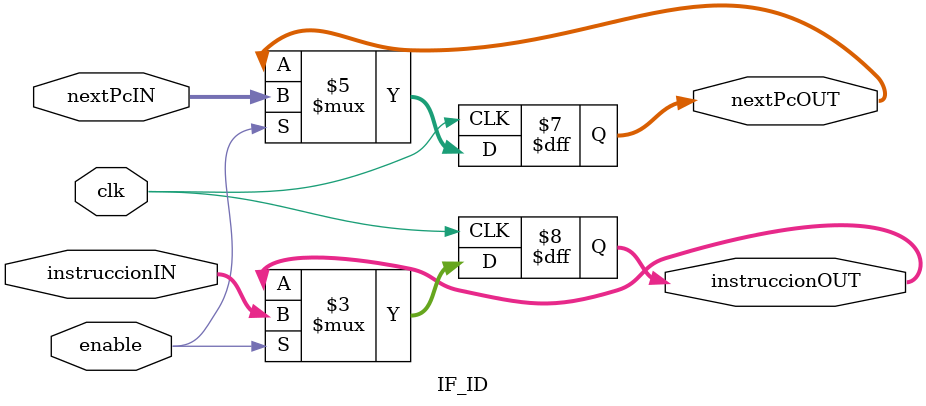
<source format=v>
`timescale 1ns / 1ps
module IF_ID(
			input clk,enable,
			input [31:0] nextPcIN,instruccionIN,
			output reg [31:0] nextPcOUT,instruccionOUT
	 );
	 
always @ (posedge clk)
begin
		if(enable == 1)
			begin
				nextPcOUT <= nextPcIN;
				instruccionOUT <= instruccionIN;
			end
end

endmodule

</source>
